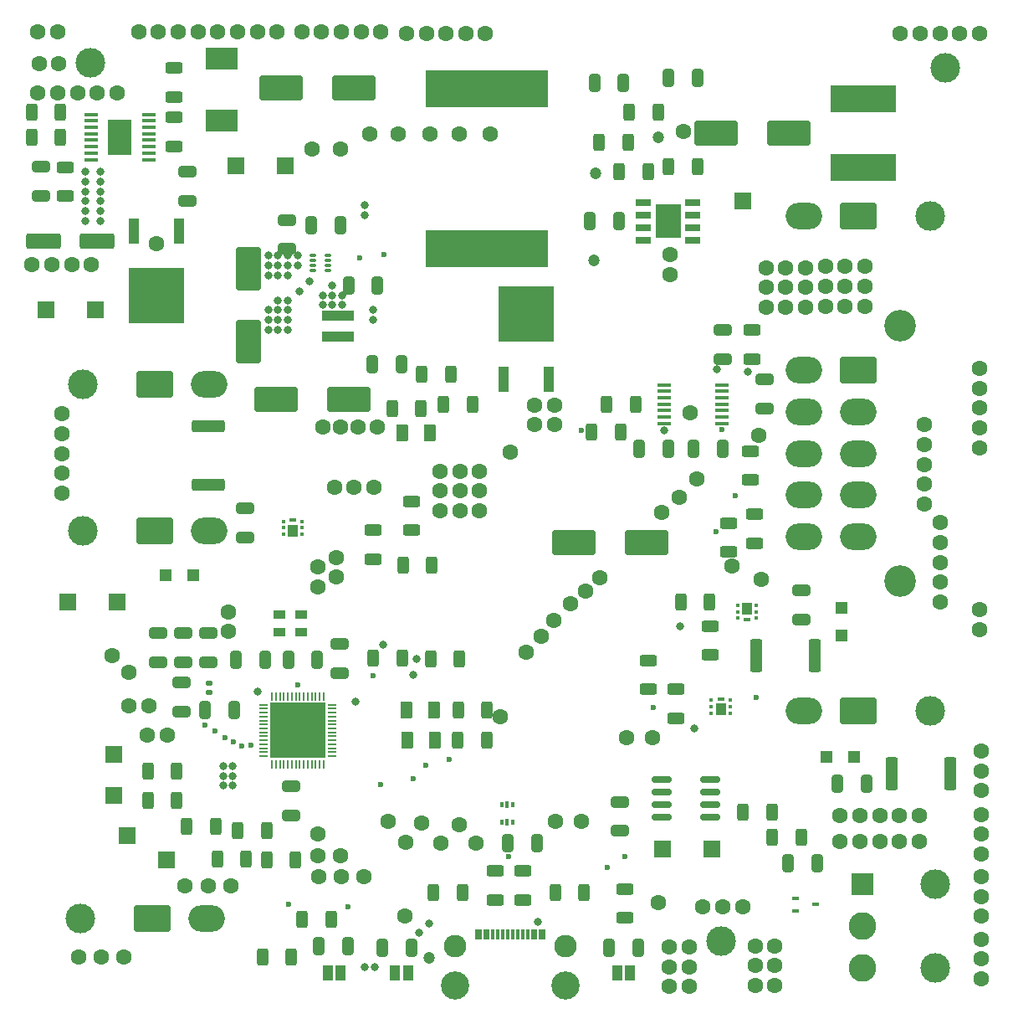
<source format=gbr>
%TF.GenerationSoftware,KiCad,Pcbnew,8.0.0*%
%TF.CreationDate,2024-03-30T14:37:23+01:00*%
%TF.ProjectId,schematic-main,73636865-6d61-4746-9963-2d6d61696e2e,rev?*%
%TF.SameCoordinates,Original*%
%TF.FileFunction,Soldermask,Top*%
%TF.FilePolarity,Negative*%
%FSLAX46Y46*%
G04 Gerber Fmt 4.6, Leading zero omitted, Abs format (unit mm)*
G04 Created by KiCad (PCBNEW 8.0.0) date 2024-03-30 14:37:23*
%MOMM*%
%LPD*%
G01*
G04 APERTURE LIST*
G04 Aperture macros list*
%AMRoundRect*
0 Rectangle with rounded corners*
0 $1 Rounding radius*
0 $2 $3 $4 $5 $6 $7 $8 $9 X,Y pos of 4 corners*
0 Add a 4 corners polygon primitive as box body*
4,1,4,$2,$3,$4,$5,$6,$7,$8,$9,$2,$3,0*
0 Add four circle primitives for the rounded corners*
1,1,$1+$1,$2,$3*
1,1,$1+$1,$4,$5*
1,1,$1+$1,$6,$7*
1,1,$1+$1,$8,$9*
0 Add four rect primitives between the rounded corners*
20,1,$1+$1,$2,$3,$4,$5,0*
20,1,$1+$1,$4,$5,$6,$7,0*
20,1,$1+$1,$6,$7,$8,$9,0*
20,1,$1+$1,$8,$9,$2,$3,0*%
G04 Aperture macros list end*
%ADD10RoundRect,0.250000X-0.650000X0.325000X-0.650000X-0.325000X0.650000X-0.325000X0.650000X0.325000X0*%
%ADD11RoundRect,0.250000X0.625000X-0.312500X0.625000X0.312500X-0.625000X0.312500X-0.625000X-0.312500X0*%
%ADD12R,1.000000X1.500000*%
%ADD13R,1.700000X1.700000*%
%ADD14RoundRect,0.250000X0.325000X0.650000X-0.325000X0.650000X-0.325000X-0.650000X0.325000X-0.650000X0*%
%ADD15RoundRect,0.050000X-0.285000X-0.100000X0.285000X-0.100000X0.285000X0.100000X-0.285000X0.100000X0*%
%ADD16RoundRect,0.150000X-0.825000X-0.150000X0.825000X-0.150000X0.825000X0.150000X-0.825000X0.150000X0*%
%ADD17RoundRect,0.250000X-0.312500X-0.625000X0.312500X-0.625000X0.312500X0.625000X-0.312500X0.625000X0*%
%ADD18RoundRect,0.250000X1.425000X-0.362500X1.425000X0.362500X-1.425000X0.362500X-1.425000X-0.362500X0*%
%ADD19C,3.000000*%
%ADD20RoundRect,0.250001X1.599999X-1.099999X1.599999X1.099999X-1.599999X1.099999X-1.599999X-1.099999X0*%
%ADD21O,3.700000X2.700000*%
%ADD22RoundRect,0.250000X0.650000X-0.325000X0.650000X0.325000X-0.650000X0.325000X-0.650000X-0.325000X0*%
%ADD23RoundRect,0.250000X0.312500X0.625000X-0.312500X0.625000X-0.312500X-0.625000X0.312500X-0.625000X0*%
%ADD24RoundRect,0.250000X-0.325000X-0.650000X0.325000X-0.650000X0.325000X0.650000X-0.325000X0.650000X0*%
%ADD25R,1.200000X1.200000*%
%ADD26RoundRect,0.147500X-0.172500X0.147500X-0.172500X-0.147500X0.172500X-0.147500X0.172500X0.147500X0*%
%ADD27RoundRect,0.250001X-1.599999X1.099999X-1.599999X-1.099999X1.599999X-1.099999X1.599999X1.099999X0*%
%ADD28R,3.200000X1.100000*%
%ADD29R,6.710000X2.730000*%
%ADD30RoundRect,0.250000X-0.625000X0.312500X-0.625000X-0.312500X0.625000X-0.312500X0.625000X0.312500X0*%
%ADD31RoundRect,0.250000X1.950000X1.000000X-1.950000X1.000000X-1.950000X-1.000000X1.950000X-1.000000X0*%
%ADD32R,0.430000X0.350000*%
%ADD33R,1.100000X1.250000*%
%ADD34R,0.660000X0.350000*%
%ADD35RoundRect,0.250000X-1.000000X1.950000X-1.000000X-1.950000X1.000000X-1.950000X1.000000X1.950000X0*%
%ADD36R,1.475000X0.450000*%
%ADD37R,3.200400X2.173999*%
%ADD38R,12.320000X3.825000*%
%ADD39RoundRect,0.250000X0.375000X0.625000X-0.375000X0.625000X-0.375000X-0.625000X0.375000X-0.625000X0*%
%ADD40RoundRect,0.250000X0.362500X1.425000X-0.362500X1.425000X-0.362500X-1.425000X0.362500X-1.425000X0*%
%ADD41R,1.200000X0.950000*%
%ADD42R,1.505000X0.802000*%
%ADD43R,2.613000X3.502000*%
%ADD44RoundRect,0.250000X-0.362500X-1.425000X0.362500X-1.425000X0.362500X1.425000X-0.362500X1.425000X0*%
%ADD45RoundRect,0.250000X1.500000X0.550000X-1.500000X0.550000X-1.500000X-0.550000X1.500000X-0.550000X0*%
%ADD46R,2.460000X3.550000*%
%ADD47R,0.700000X0.450000*%
%ADD48C,2.280000*%
%ADD49C,2.850000*%
%ADD50R,0.300000X1.100000*%
%ADD51R,2.300000X2.300000*%
%ADD52C,2.800000*%
%ADD53C,3.200000*%
%ADD54R,1.060000X2.600000*%
%ADD55R,5.632000X5.700000*%
%ADD56R,0.375000X0.500000*%
%ADD57R,0.300000X0.650000*%
%ADD58RoundRect,0.050000X-0.387500X-0.050000X0.387500X-0.050000X0.387500X0.050000X-0.387500X0.050000X0*%
%ADD59RoundRect,0.050000X-0.050000X-0.387500X0.050000X-0.387500X0.050000X0.387500X-0.050000X0.387500X0*%
%ADD60R,5.600000X5.600000*%
%ADD61C,0.800000*%
%ADD62C,1.600000*%
%ADD63C,1.200000*%
%ADD64C,0.600000*%
G04 APERTURE END LIST*
D10*
%TO.C,C7*%
X93500000Y-31025000D03*
X93500000Y-33975000D03*
%TD*%
D11*
%TO.C,R41*%
X155000000Y-83862500D03*
X155000000Y-80937500D03*
%TD*%
D12*
%TO.C,JP3*%
X153150000Y-112500000D03*
X151850000Y-112500000D03*
%TD*%
D13*
%TO.C,TP9*%
X156400000Y-100000000D03*
%TD*%
D11*
%TO.C,R3*%
X139500000Y-105162500D03*
X139500000Y-102237500D03*
%TD*%
D14*
%TO.C,C6*%
X152475000Y-22500000D03*
X149525000Y-22500000D03*
%TD*%
D15*
%TO.C,U2*%
X121060000Y-39950000D03*
X121060000Y-40450000D03*
X121060000Y-40950000D03*
X121060000Y-41450000D03*
X122540000Y-41450000D03*
X122540000Y-40950000D03*
X122540000Y-40450000D03*
X122540000Y-39950000D03*
%TD*%
D16*
%TO.C,U5*%
X156325000Y-92995000D03*
X156325000Y-94265000D03*
X156325000Y-95535000D03*
X156325000Y-96805000D03*
X161275000Y-96805000D03*
X161275000Y-95535000D03*
X161275000Y-94265000D03*
X161275000Y-92995000D03*
%TD*%
D17*
%TO.C,R27*%
X108237500Y-97700000D03*
X111162500Y-97700000D03*
%TD*%
D18*
%TO.C,R46*%
X110400000Y-63162500D03*
X110400000Y-57237500D03*
%TD*%
D19*
%TO.C,J2*%
X97475000Y-107000000D03*
D20*
X104775000Y-107000000D03*
D21*
X110275000Y-107000000D03*
%TD*%
D22*
%TO.C,C28*%
X105400000Y-81075000D03*
X105400000Y-78125000D03*
%TD*%
D23*
%TO.C,R17*%
X122862500Y-107100000D03*
X119937500Y-107100000D03*
%TD*%
D17*
%TO.C,R15*%
X132037500Y-52000000D03*
X134962500Y-52000000D03*
%TD*%
D24*
%TO.C,C16*%
X118525000Y-80900000D03*
X121475000Y-80900000D03*
%TD*%
D23*
%TO.C,R8*%
X95462500Y-25500000D03*
X92537500Y-25500000D03*
%TD*%
D22*
%TO.C,C27*%
X110400000Y-81075000D03*
X110400000Y-78125000D03*
%TD*%
D13*
%TO.C,TP7*%
X94000000Y-45500000D03*
%TD*%
D25*
%TO.C,D8*%
X175800000Y-90700000D03*
X173000000Y-90700000D03*
%TD*%
D17*
%TO.C,R24*%
X150737500Y-55000000D03*
X153662500Y-55000000D03*
%TD*%
%TO.C,R26*%
X104337500Y-95100000D03*
X107262500Y-95100000D03*
%TD*%
D11*
%TO.C,R43*%
X130980000Y-67742500D03*
X130980000Y-64817500D03*
%TD*%
D26*
%TO.C,L3*%
X110500000Y-83215000D03*
X110500000Y-84185000D03*
%TD*%
D19*
%TO.C,J1*%
X183525000Y-36000000D03*
D27*
X176225000Y-36000000D03*
D21*
X170725000Y-36000000D03*
%TD*%
D13*
%TO.C,TP1*%
X100900000Y-90400000D03*
%TD*%
D28*
%TO.C,L2*%
X123600000Y-46050000D03*
X123600000Y-48150000D03*
%TD*%
D10*
%TO.C,C23*%
X107700000Y-83125000D03*
X107700000Y-86075000D03*
%TD*%
D22*
%TO.C,C29*%
X166700000Y-55475000D03*
X166700000Y-52525000D03*
%TD*%
D29*
%TO.C,F1*%
X176700000Y-31090000D03*
X176700000Y-24110000D03*
%TD*%
D30*
%TO.C,R40*%
X127100000Y-67737500D03*
X127100000Y-70662500D03*
%TD*%
D24*
%TO.C,C15*%
X121625000Y-109800000D03*
X124575000Y-109800000D03*
%TD*%
D31*
%TO.C,C8*%
X125200000Y-23000000D03*
X117800000Y-23000000D03*
%TD*%
D19*
%TO.C,J4*%
X97700000Y-53000000D03*
D20*
X105000000Y-53000000D03*
D21*
X110500000Y-53000000D03*
%TD*%
D32*
%TO.C,Q2*%
X164065000Y-75350000D03*
X164065000Y-76000000D03*
D33*
X165000000Y-75715000D03*
D32*
X165935000Y-75350000D03*
X165935000Y-76000000D03*
X164065000Y-76650000D03*
D34*
X165000000Y-76775000D03*
D32*
X165935000Y-76650000D03*
%TD*%
D30*
%TO.C,R20*%
X163100000Y-67037500D03*
X163100000Y-69962500D03*
%TD*%
D35*
%TO.C,C9*%
X114500000Y-41300000D03*
X114500000Y-48700000D03*
%TD*%
D36*
%TO.C,IC2*%
X162438000Y-56950000D03*
X162438000Y-56300000D03*
X162438000Y-55650000D03*
X162438000Y-55000000D03*
X162438000Y-54350000D03*
X162438000Y-53700000D03*
X162438000Y-53050000D03*
X156562000Y-53050000D03*
X156562000Y-53700000D03*
X156562000Y-54350000D03*
X156562000Y-55000000D03*
X156562000Y-55650000D03*
X156562000Y-56300000D03*
X156562000Y-56950000D03*
%TD*%
D10*
%TO.C,C25*%
X118800000Y-93625000D03*
X118800000Y-96575000D03*
%TD*%
D13*
%TO.C,TP8*%
X161400000Y-100000000D03*
%TD*%
%TO.C,TP6*%
X99000000Y-45500000D03*
%TD*%
%TO.C,TP13*%
X106200000Y-101100000D03*
%TD*%
D32*
%TO.C,Q1*%
X163235000Y-86250000D03*
X163235000Y-85600000D03*
D33*
X162300000Y-85885000D03*
D32*
X161365000Y-86250000D03*
X161365000Y-85600000D03*
X163235000Y-84950000D03*
D34*
X162300000Y-84825000D03*
D32*
X161365000Y-84950000D03*
%TD*%
D37*
%TO.C,D1*%
X111813000Y-20059998D03*
X111813000Y-26314002D03*
%TD*%
D23*
%TO.C,R11*%
X95462500Y-28000000D03*
X92537500Y-28000000D03*
%TD*%
D38*
%TO.C,L1*%
X138600000Y-39323000D03*
X138600000Y-23077000D03*
%TD*%
D30*
%TO.C,R38*%
X157780000Y-83857500D03*
X157780000Y-86782500D03*
%TD*%
D12*
%TO.C,JP2*%
X129350000Y-112500000D03*
X130650000Y-112500000D03*
%TD*%
D17*
%TO.C,R47*%
X132937500Y-80800000D03*
X135862500Y-80800000D03*
%TD*%
D30*
%TO.C,R34*%
X165300000Y-59737500D03*
X165300000Y-62662500D03*
%TD*%
D19*
%TO.C,REF\u002A\u002A*%
X98500000Y-20500000D03*
%TD*%
D11*
%TO.C,R9*%
X96000000Y-33962500D03*
X96000000Y-31037500D03*
%TD*%
D14*
%TO.C,C17*%
X116175000Y-80900000D03*
X113225000Y-80900000D03*
%TD*%
D11*
%TO.C,R2*%
X142300000Y-105162500D03*
X142300000Y-102237500D03*
%TD*%
D31*
%TO.C,C21*%
X154800000Y-69000000D03*
X147400000Y-69000000D03*
%TD*%
D32*
%TO.C,Q3*%
X119935000Y-68150000D03*
X119935000Y-67500000D03*
D33*
X119000000Y-67785000D03*
D32*
X118065000Y-68150000D03*
X118065000Y-67500000D03*
X119935000Y-66850000D03*
D34*
X119000000Y-66725000D03*
D32*
X118065000Y-66850000D03*
%TD*%
D17*
%TO.C,R28*%
X111337500Y-101000000D03*
X114262500Y-101000000D03*
%TD*%
D23*
%TO.C,R23*%
X152142500Y-57820000D03*
X149217500Y-57820000D03*
%TD*%
D17*
%TO.C,R22*%
X130137500Y-71300000D03*
X133062500Y-71300000D03*
%TD*%
D39*
%TO.C,D7 POWER 3.3V*%
X132900000Y-57900000D03*
X130100000Y-57900000D03*
%TD*%
D40*
%TO.C,R45*%
X171862500Y-80400000D03*
X165937500Y-80400000D03*
%TD*%
D41*
%TO.C,Y1*%
X119800000Y-76325000D03*
X117600000Y-76325000D03*
X117600000Y-78075000D03*
X119800000Y-78075000D03*
%TD*%
D12*
%TO.C,JP1*%
X122550000Y-112500000D03*
X123850000Y-112500000D03*
%TD*%
D42*
%TO.C,U1*%
X159497500Y-38405000D03*
X159497500Y-37135000D03*
X159497500Y-35865000D03*
X159497500Y-34595000D03*
X154502500Y-34595000D03*
X154502500Y-35865000D03*
X154502500Y-37135000D03*
X154502500Y-38405000D03*
D43*
X157000000Y-36500000D03*
%TD*%
D13*
%TO.C,TP5*%
X113200000Y-30900000D03*
%TD*%
D23*
%TO.C,R13*%
X154962500Y-31500000D03*
X152037500Y-31500000D03*
%TD*%
D24*
%TO.C,C3*%
X149025000Y-36500000D03*
X151975000Y-36500000D03*
%TD*%
D13*
%TO.C,TP1*%
X164500000Y-34500000D03*
%TD*%
D19*
%TO.C,J5*%
X183525000Y-86000000D03*
D27*
X176225000Y-86000000D03*
D21*
X170725000Y-86000000D03*
%TD*%
D17*
%TO.C,R14*%
X129037500Y-55500000D03*
X131962500Y-55500000D03*
%TD*%
D22*
%TO.C,C11*%
X118400000Y-39325000D03*
X118400000Y-36375000D03*
%TD*%
D13*
%TO.C,TP4*%
X118200000Y-30900000D03*
%TD*%
D30*
%TO.C,R42*%
X161200000Y-77437500D03*
X161200000Y-80362500D03*
%TD*%
D14*
%TO.C,C5*%
X159975000Y-22000000D03*
X157025000Y-22000000D03*
%TD*%
D44*
%TO.C,R44*%
X179637500Y-92400000D03*
X185562500Y-92400000D03*
%TD*%
D24*
%TO.C,C19*%
X128025000Y-110000000D03*
X130975000Y-110000000D03*
%TD*%
%TO.C,C13*%
X127025000Y-51000000D03*
X129975000Y-51000000D03*
%TD*%
D45*
%TO.C,C4*%
X99200000Y-38500000D03*
X93800000Y-38500000D03*
%TD*%
D19*
%TO.C,J6*%
X97700000Y-67800000D03*
D20*
X105000000Y-67800000D03*
D21*
X110500000Y-67800000D03*
%TD*%
D36*
%TO.C,IC1*%
X104438000Y-30275000D03*
X104438000Y-29625000D03*
X104438000Y-28975000D03*
X104438000Y-28325000D03*
X104438000Y-27675000D03*
X104438000Y-27025000D03*
X104438000Y-26375000D03*
X104438000Y-25725000D03*
X98562000Y-25725000D03*
X98562000Y-26375000D03*
X98562000Y-27025000D03*
X98562000Y-27675000D03*
X98562000Y-28325000D03*
X98562000Y-28975000D03*
X98562000Y-29625000D03*
X98562000Y-30275000D03*
D46*
X101500000Y-28000000D03*
%TD*%
D24*
%TO.C,C34*%
X169125000Y-101400000D03*
X172075000Y-101400000D03*
%TD*%
D13*
%TO.C,TP3*%
X101200000Y-75000000D03*
%TD*%
D11*
%TO.C,R33*%
X165500000Y-50462500D03*
X165500000Y-47537500D03*
%TD*%
D17*
%TO.C,R35*%
X135737500Y-85900000D03*
X138662500Y-85900000D03*
%TD*%
D19*
%TO.C,REF\u002A\u002A*%
X185000000Y-21000000D03*
%TD*%
D47*
%TO.C,D4*%
X169900000Y-104950000D03*
X169900000Y-106250000D03*
X171900000Y-105600000D03*
%TD*%
D14*
%TO.C,C10*%
X123775000Y-36900000D03*
X120825000Y-36900000D03*
%TD*%
D31*
%TO.C,C14*%
X124700000Y-54500000D03*
X117300000Y-54500000D03*
%TD*%
D22*
%TO.C,C33*%
X162500000Y-50475000D03*
X162500000Y-47525000D03*
%TD*%
D10*
%TO.C,C36*%
X170500000Y-73825000D03*
X170500000Y-76775000D03*
%TD*%
D30*
%TO.C,R19*%
X165700000Y-66137500D03*
X165700000Y-69062500D03*
%TD*%
D48*
%TO.C,P1*%
X135380000Y-109800000D03*
D49*
X135380000Y-113800000D03*
D50*
X137650000Y-108650000D03*
D48*
X146620000Y-109800000D03*
D49*
X146620000Y-113800000D03*
D50*
X138450000Y-108650000D03*
X139750000Y-108650000D03*
X140750000Y-108650000D03*
X141250000Y-108650000D03*
X142250000Y-108650000D03*
X143550000Y-108650000D03*
X144350000Y-108650000D03*
X144050000Y-108650000D03*
X143250000Y-108650000D03*
X142750000Y-108650000D03*
X141750000Y-108650000D03*
X140250000Y-108650000D03*
X139250000Y-108650000D03*
X138750000Y-108650000D03*
X137950000Y-108650000D03*
%TD*%
D14*
%TO.C,C20*%
X153975000Y-110000000D03*
X151025000Y-110000000D03*
%TD*%
D23*
%TO.C,R32*%
X167462500Y-96300000D03*
X164537500Y-96300000D03*
%TD*%
D19*
%TO.C,J3*%
X183987100Y-111984250D03*
X183987100Y-103584250D03*
D51*
X176687100Y-103584250D03*
D52*
X176687100Y-107784250D03*
X176687100Y-111984250D03*
%TD*%
D11*
%TO.C,R6*%
X107000000Y-28962500D03*
X107000000Y-26037500D03*
%TD*%
D22*
%TO.C,C22*%
X107900000Y-81075000D03*
X107900000Y-78125000D03*
%TD*%
D17*
%TO.C,R37*%
X134237500Y-55000000D03*
X137162500Y-55000000D03*
%TD*%
D23*
%TO.C,R5*%
X159962500Y-31000000D03*
X157037500Y-31000000D03*
%TD*%
D53*
%TO.C,J7*%
X180425000Y-47100000D03*
X180425000Y-72900000D03*
D27*
X176225000Y-51600000D03*
D21*
X176225000Y-55800000D03*
X176225000Y-60000000D03*
X176225000Y-64200000D03*
X176225000Y-68400000D03*
X170725000Y-51600000D03*
X170725000Y-55800000D03*
X170725000Y-60000000D03*
X170725000Y-64200000D03*
X170725000Y-68400000D03*
%TD*%
D25*
%TO.C,D10*%
X106100000Y-72300000D03*
X108900000Y-72300000D03*
%TD*%
%TO.C,D9*%
X174500000Y-78400000D03*
X174500000Y-75600000D03*
%TD*%
D39*
%TO.C,D5 CAN*%
X133300000Y-85900000D03*
X130500000Y-85900000D03*
%TD*%
D22*
%TO.C,C26*%
X123700000Y-82175000D03*
X123700000Y-79225000D03*
%TD*%
D54*
%TO.C,D2*%
X140314000Y-52479500D03*
X144886000Y-52479500D03*
D55*
X142600000Y-45929500D03*
%TD*%
D39*
%TO.C,D6 MCU*%
X133400000Y-89000000D03*
X130600000Y-89000000D03*
%TD*%
D23*
%TO.C,R48*%
X130062500Y-80700000D03*
X127137500Y-80700000D03*
%TD*%
%TO.C,R4*%
X136162500Y-104400000D03*
X133237500Y-104400000D03*
%TD*%
%TO.C,R12*%
X152922500Y-28500000D03*
X149997500Y-28500000D03*
%TD*%
D11*
%TO.C,R18*%
X152600000Y-106962500D03*
X152600000Y-104037500D03*
%TD*%
D31*
%TO.C,C1*%
X169200000Y-27600000D03*
X161800000Y-27600000D03*
%TD*%
D17*
%TO.C,R36*%
X135687500Y-89000000D03*
X138612500Y-89000000D03*
%TD*%
D22*
%TO.C,C31*%
X152100000Y-98175000D03*
X152100000Y-95225000D03*
%TD*%
D14*
%TO.C,C12*%
X127575000Y-43000000D03*
X124625000Y-43000000D03*
%TD*%
D23*
%TO.C,R16*%
X118862500Y-110900000D03*
X115937500Y-110900000D03*
%TD*%
D54*
%TO.C,D3*%
X107486000Y-37520500D03*
X102914000Y-37520500D03*
D55*
X105200000Y-44070500D03*
%TD*%
D24*
%TO.C,C35*%
X174125000Y-93400000D03*
X177075000Y-93400000D03*
%TD*%
D11*
%TO.C,R7*%
X107000000Y-23962500D03*
X107000000Y-21037500D03*
%TD*%
D19*
%TO.C,REF\u002A\u002A*%
X162300000Y-109300000D03*
%TD*%
D23*
%TO.C,R39*%
X161162500Y-75000000D03*
X158237500Y-75000000D03*
%TD*%
D17*
%TO.C,R1*%
X145537500Y-104400000D03*
X148462500Y-104400000D03*
%TD*%
D56*
%TO.C,U3*%
X141237500Y-95550000D03*
D57*
X140700000Y-95475000D03*
D56*
X140162500Y-95550000D03*
X140162500Y-97250000D03*
D57*
X140700000Y-97325000D03*
D56*
X141237500Y-97250000D03*
%TD*%
D22*
%TO.C,C37*%
X114200000Y-68475000D03*
X114200000Y-65525000D03*
%TD*%
D24*
%TO.C,C18*%
X140725000Y-99400000D03*
X143675000Y-99400000D03*
%TD*%
D17*
%TO.C,R31*%
X167537500Y-98800000D03*
X170462500Y-98800000D03*
%TD*%
D13*
%TO.C,TP2*%
X100900000Y-94600000D03*
%TD*%
%TO.C,TP2*%
X96200000Y-75000000D03*
%TD*%
D10*
%TO.C,C2*%
X108300000Y-31525000D03*
X108300000Y-34475000D03*
%TD*%
D14*
%TO.C,C30*%
X156975000Y-59500000D03*
X154025000Y-59500000D03*
%TD*%
D24*
%TO.C,C32*%
X159525000Y-59500000D03*
X162475000Y-59500000D03*
%TD*%
D14*
%TO.C,C24*%
X113075000Y-85900000D03*
X110125000Y-85900000D03*
%TD*%
D23*
%TO.C,R10*%
X155962500Y-25500000D03*
X153037500Y-25500000D03*
%TD*%
D17*
%TO.C,R25*%
X104337500Y-92100000D03*
X107262500Y-92100000D03*
%TD*%
%TO.C,R30*%
X116337500Y-101100000D03*
X119262500Y-101100000D03*
%TD*%
D13*
%TO.C,TP12*%
X102200000Y-98600000D03*
%TD*%
D58*
%TO.C,U4*%
X116062500Y-85400000D03*
X116062500Y-85800000D03*
X116062500Y-86200000D03*
X116062500Y-86600000D03*
X116062500Y-87000000D03*
X116062500Y-87400000D03*
X116062500Y-87800000D03*
X116062500Y-88200000D03*
X116062500Y-88600000D03*
X116062500Y-89000000D03*
X116062500Y-89400000D03*
X116062500Y-89800000D03*
X116062500Y-90200000D03*
X116062500Y-90600000D03*
D59*
X116900000Y-91437500D03*
X117300000Y-91437500D03*
X117700000Y-91437500D03*
X118100000Y-91437500D03*
X118500000Y-91437500D03*
X118900000Y-91437500D03*
X119300000Y-91437500D03*
X119700000Y-91437500D03*
X120100000Y-91437500D03*
X120500000Y-91437500D03*
X120900000Y-91437500D03*
X121300000Y-91437500D03*
X121700000Y-91437500D03*
X122100000Y-91437500D03*
D58*
X122937500Y-90600000D03*
X122937500Y-90200000D03*
X122937500Y-89800000D03*
X122937500Y-89400000D03*
X122937500Y-89000000D03*
X122937500Y-88600000D03*
X122937500Y-88200000D03*
X122937500Y-87800000D03*
X122937500Y-87400000D03*
X122937500Y-87000000D03*
X122937500Y-86600000D03*
X122937500Y-86200000D03*
X122937500Y-85800000D03*
X122937500Y-85400000D03*
D59*
X122100000Y-84562500D03*
X121700000Y-84562500D03*
X121300000Y-84562500D03*
X120900000Y-84562500D03*
X120500000Y-84562500D03*
X120100000Y-84562500D03*
X119700000Y-84562500D03*
X119300000Y-84562500D03*
X118900000Y-84562500D03*
X118500000Y-84562500D03*
X118100000Y-84562500D03*
X117700000Y-84562500D03*
X117300000Y-84562500D03*
X116900000Y-84562500D03*
D60*
X119500000Y-88000000D03*
%TD*%
D17*
%TO.C,R29*%
X113437500Y-98100000D03*
X116362500Y-98100000D03*
%TD*%
D61*
X119700000Y-43600000D03*
X112000000Y-91650000D03*
D62*
X112700000Y-103700000D03*
X115400000Y-17400000D03*
X166900000Y-45200000D03*
X159100000Y-109900000D03*
X136500000Y-17500000D03*
X125900000Y-17400000D03*
X184500000Y-17500000D03*
X182400000Y-96600000D03*
X134000000Y-99400000D03*
X121500000Y-98500000D03*
D63*
X117800000Y-86300000D03*
D62*
X157100000Y-109900000D03*
X111400000Y-17400000D03*
X142600000Y-80100000D03*
X107400000Y-17400000D03*
X93200000Y-23500000D03*
X166900000Y-41200000D03*
X159100000Y-113900000D03*
X182500000Y-17500000D03*
X157200000Y-41900000D03*
X103400000Y-17400000D03*
X182900000Y-61100000D03*
X138500000Y-17500000D03*
X145500000Y-57100000D03*
X94600000Y-40900000D03*
X180500000Y-17500000D03*
X95200000Y-17400000D03*
D61*
X126300000Y-35900000D03*
D62*
X167800000Y-109800000D03*
X180400000Y-99200000D03*
X174900000Y-41100000D03*
X127900000Y-17400000D03*
X143500000Y-55100000D03*
X95600000Y-64000000D03*
X133900000Y-65800000D03*
X112500000Y-76000000D03*
X126200000Y-102800000D03*
X130400000Y-99300000D03*
X105400000Y-17400000D03*
X174400000Y-99200000D03*
X132500000Y-17500000D03*
D61*
X132800000Y-107500000D03*
D62*
X95200000Y-23500000D03*
X148600000Y-73900000D03*
X148200000Y-97200000D03*
X112500000Y-78000000D03*
D61*
X118500000Y-47500000D03*
D62*
X121500000Y-73500000D03*
X188700000Y-96500000D03*
X92600000Y-40900000D03*
X135900000Y-63800000D03*
X188700000Y-109100000D03*
X188700000Y-102800000D03*
X132000000Y-97400000D03*
X123900000Y-102800000D03*
X140018019Y-86597919D03*
X135900000Y-65800000D03*
X178400000Y-96600000D03*
X159200000Y-55900000D03*
X104400000Y-85500000D03*
X137900000Y-63800000D03*
D63*
X121000000Y-86400000D03*
D62*
X188700000Y-94100000D03*
X162500000Y-105800000D03*
D61*
X101000000Y-29000000D03*
D62*
X95600000Y-56000000D03*
D63*
X149600000Y-31700000D03*
D62*
X188700000Y-106800000D03*
D61*
X112000000Y-93550000D03*
D62*
X170900000Y-41200000D03*
D61*
X117500000Y-45500000D03*
D62*
X106300000Y-88500000D03*
X133900000Y-61800000D03*
X188700000Y-100500000D03*
X176400000Y-99200000D03*
X170900000Y-43200000D03*
X135900000Y-61800000D03*
X93300000Y-20600000D03*
X121500000Y-100700000D03*
X101900000Y-110900000D03*
X97300000Y-110900000D03*
X160500000Y-105800000D03*
D63*
X121100000Y-88100000D03*
D62*
X121600000Y-102800000D03*
X147100000Y-75200000D03*
D61*
X118500000Y-44500000D03*
D62*
X182900000Y-59100000D03*
X180400000Y-96600000D03*
D63*
X118000000Y-89700000D03*
X119600000Y-89700000D03*
D62*
X165800000Y-113800000D03*
X157200000Y-39900000D03*
X165800000Y-111800000D03*
X113400000Y-17400000D03*
X158100000Y-64400000D03*
X135800000Y-97500000D03*
X104300000Y-88500000D03*
X142600000Y-80100000D03*
X172900000Y-41100000D03*
X123200000Y-63400000D03*
D61*
X117500000Y-46500000D03*
D62*
X127200000Y-63400000D03*
X188700000Y-113100000D03*
X176900000Y-41100000D03*
X95300000Y-20600000D03*
D63*
X119400000Y-86300000D03*
D62*
X155400000Y-88700000D03*
X98600000Y-40900000D03*
X188700000Y-90100000D03*
D61*
X126300000Y-111900000D03*
X131800000Y-108500000D03*
D62*
X125200000Y-63400000D03*
X134500000Y-17500000D03*
X174900000Y-45100000D03*
D61*
X102000000Y-27000000D03*
D62*
X123800000Y-100700000D03*
X109400000Y-17400000D03*
X184500000Y-75000000D03*
X95600000Y-60000000D03*
X182900000Y-65100000D03*
X158500000Y-27400000D03*
X121500000Y-71500000D03*
X145600000Y-97200000D03*
X165800000Y-109800000D03*
X144175000Y-78525000D03*
X188700000Y-111100000D03*
X186500000Y-17500000D03*
X188700000Y-104800000D03*
X157100000Y-111900000D03*
X137900000Y-65800000D03*
D61*
X118500000Y-45500000D03*
D62*
X184500000Y-71000000D03*
D63*
X121200000Y-89800000D03*
D62*
X172900000Y-43100000D03*
D61*
X120700000Y-42600000D03*
X117500000Y-44500000D03*
D62*
X123900000Y-17400000D03*
D61*
X101000000Y-28000000D03*
X116500000Y-45500000D03*
D62*
X182400000Y-99200000D03*
X123400000Y-72500000D03*
X182900000Y-57100000D03*
X188700000Y-98500000D03*
X168900000Y-45200000D03*
X176900000Y-43100000D03*
D61*
X112900000Y-92650000D03*
D62*
X176400000Y-96600000D03*
X170900000Y-45200000D03*
X128600000Y-97200000D03*
X143500000Y-57100000D03*
D63*
X117900000Y-88000000D03*
D62*
X145500000Y-55100000D03*
X188700000Y-92100000D03*
X123400000Y-70500000D03*
D61*
X101000000Y-27000000D03*
D62*
X102400000Y-85500000D03*
X167800000Y-111800000D03*
D61*
X112900000Y-91650000D03*
D63*
X119500000Y-88000000D03*
D62*
X182900000Y-63100000D03*
X159900000Y-62600000D03*
X101200000Y-23500000D03*
D61*
X102000000Y-29000000D03*
D62*
X168900000Y-41200000D03*
D61*
X117500000Y-47500000D03*
D62*
X130500000Y-17500000D03*
X184500000Y-73000000D03*
X110400000Y-103700000D03*
D61*
X116500000Y-47500000D03*
D62*
X145400000Y-76900000D03*
D61*
X112000000Y-92650000D03*
D62*
X96600000Y-40900000D03*
X150100000Y-72600000D03*
X137900000Y-61800000D03*
D61*
X127300000Y-111900000D03*
D62*
X178400000Y-99200000D03*
D61*
X112900000Y-93550000D03*
D62*
X172900000Y-45100000D03*
D61*
X118500000Y-46500000D03*
X102000000Y-28000000D03*
D62*
X174400000Y-96600000D03*
X99200000Y-23500000D03*
X119900000Y-17400000D03*
X121900000Y-17400000D03*
X166900000Y-43200000D03*
X152800000Y-88700000D03*
X159100000Y-111900000D03*
X157100000Y-113900000D03*
X184500000Y-67000000D03*
X117400000Y-17400000D03*
X168900000Y-43200000D03*
X95600000Y-58000000D03*
D61*
X126300000Y-34900000D03*
D62*
X99600000Y-110900000D03*
X137500000Y-99400000D03*
X97200000Y-23500000D03*
X133900000Y-63800000D03*
X108100000Y-103700000D03*
D61*
X116500000Y-46500000D03*
D62*
X156300000Y-66000000D03*
X167800000Y-113800000D03*
X184500000Y-69000000D03*
X188500000Y-17500000D03*
X93200000Y-17400000D03*
X174900000Y-43100000D03*
X164500000Y-105800000D03*
X176900000Y-45100000D03*
X95600000Y-62000000D03*
X188500000Y-75800000D03*
X188500000Y-77800000D03*
X188500000Y-57400000D03*
X135800000Y-27700000D03*
X188500000Y-55400000D03*
X139000000Y-27700000D03*
X129700000Y-27700000D03*
X123800000Y-29200000D03*
X188500000Y-59400000D03*
X188500000Y-53400000D03*
X188500000Y-51400000D03*
X132900000Y-27700000D03*
X126800000Y-27700000D03*
X120900000Y-29200000D03*
D61*
X99500000Y-34500000D03*
X99500000Y-35500000D03*
X99500000Y-31500000D03*
X99500000Y-36500000D03*
X98000000Y-33500000D03*
X98000000Y-31500000D03*
X98000000Y-32500000D03*
X98000000Y-36500000D03*
X99500000Y-33500000D03*
X98000000Y-34500000D03*
X99500000Y-32500000D03*
X98000000Y-35500000D03*
D62*
X166140105Y-58193309D03*
D61*
X115407107Y-84107107D03*
D62*
X163400000Y-71400000D03*
X141000000Y-59900000D03*
D64*
X140800000Y-100800000D03*
D62*
X125600000Y-57300000D03*
X122000000Y-57300000D03*
D64*
X152600000Y-100800000D03*
D62*
X127500000Y-57300000D03*
X130300000Y-106800000D03*
X102400000Y-82100000D03*
D61*
X128100000Y-79300000D03*
D62*
X123800000Y-57300000D03*
X100700000Y-80400000D03*
X156000000Y-105400000D03*
D61*
X159600000Y-87800000D03*
D64*
X127900000Y-93500000D03*
X111100000Y-88100000D03*
X124600000Y-105800000D03*
X118600000Y-105600000D03*
X110100000Y-87500000D03*
D61*
X117500000Y-42000000D03*
X117500000Y-41000000D03*
X118500000Y-41000000D03*
X119500000Y-40000000D03*
X116500000Y-42000000D03*
X117500000Y-40000000D03*
X116500000Y-41000000D03*
X119500000Y-41000000D03*
X116500000Y-40000000D03*
X118500000Y-40000000D03*
X118500000Y-42000000D03*
X123000000Y-45000000D03*
X122000000Y-45000000D03*
X122000000Y-44000000D03*
X127100000Y-46500000D03*
X127100000Y-45500000D03*
X123000000Y-44000000D03*
X123000000Y-43000000D03*
X124000000Y-45000000D03*
X124000000Y-44000000D03*
D64*
X128250000Y-39900000D03*
X125743108Y-40256892D03*
D63*
X149500000Y-40500000D03*
X156000000Y-28000000D03*
D64*
X112100000Y-88700000D03*
X150800000Y-101900000D03*
X119514320Y-83414320D03*
X127100000Y-82500000D03*
D61*
X131500000Y-80800000D03*
D64*
X131200000Y-92900000D03*
D61*
X158200000Y-77500000D03*
X165050000Y-51750000D03*
D64*
X113000000Y-89200000D03*
X162438000Y-57600000D03*
X113850000Y-89600000D03*
D61*
X161900000Y-51500000D03*
D64*
X114765774Y-89465774D03*
D61*
X156600000Y-57700000D03*
D62*
X166400000Y-72700000D03*
D61*
X125300000Y-85100000D03*
X131200000Y-82400000D03*
D64*
X132450000Y-91500000D03*
X161800000Y-67900000D03*
X134800000Y-90900000D03*
X163800000Y-64300000D03*
X155500000Y-85700000D03*
X165900000Y-84700000D03*
X148200000Y-57700000D03*
D61*
X143800000Y-107400000D03*
D63*
X132800000Y-111000000D03*
D62*
X105150000Y-38750000D03*
M02*

</source>
